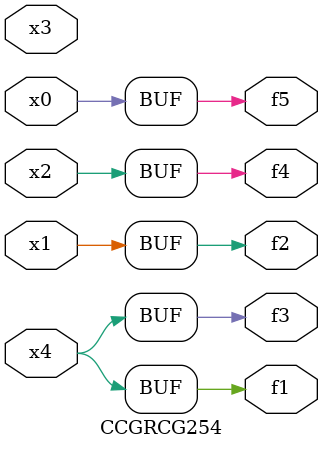
<source format=v>
module CCGRCG254(
	input x0, x1, x2, x3, x4,
	output f1, f2, f3, f4, f5
);
	assign f1 = x4;
	assign f2 = x1;
	assign f3 = x4;
	assign f4 = x2;
	assign f5 = x0;
endmodule

</source>
